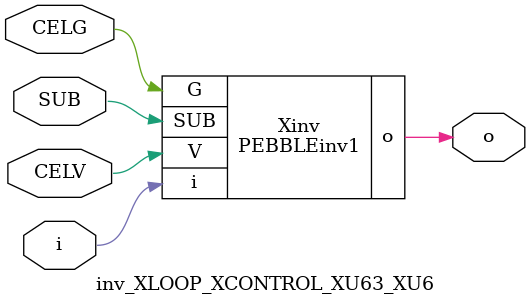
<source format=v>



module PEBBLEinv1 ( o, G, SUB, V, i );

  input V;
  input i;
  input G;
  output o;
  input SUB;
endmodule

//Celera Confidential Do Not Copy inv_XLOOP_XCONTROL_XU63_XU6
//Celera Confidential Symbol Generator
//5V Inverter
module inv_XLOOP_XCONTROL_XU63_XU6 (CELV,CELG,i,o,SUB);
input CELV;
input CELG;
input i;
input SUB;
output o;

//Celera Confidential Do Not Copy inv
PEBBLEinv1 Xinv(
.V (CELV),
.i (i),
.o (o),
.SUB (SUB),
.G (CELG)
);
//,diesize,PEBBLEinv1

//Celera Confidential Do Not Copy Module End
//Celera Schematic Generator
endmodule

</source>
